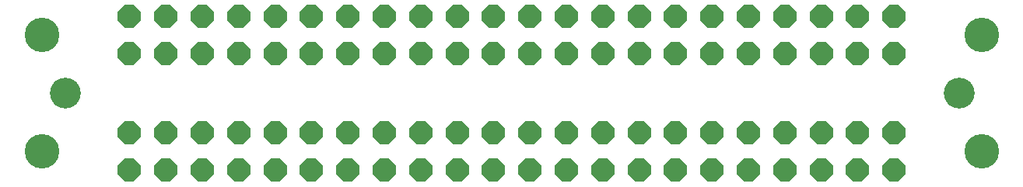
<source format=gts>
G04 EAGLE Gerber RS-274X export*
G75*
%MOMM*%
%FSLAX34Y34*%
%LPD*%
%INSoldermask Top*%
%IPPOS*%
%AMOC8*
5,1,8,0,0,1.08239X$1,22.5*%
G01*
%ADD10C,3.352800*%
%ADD11P,2.694285X8X202.500000*%
%ADD12P,2.694285X8X22.500000*%
%ADD13C,3.759200*%


D10*
X63500Y114300D03*
X1035812Y114300D03*
D11*
X568960Y198120D03*
X568960Y157480D03*
X608584Y198120D03*
X648208Y198120D03*
X687832Y198120D03*
X727456Y198120D03*
X767080Y198120D03*
X806704Y198120D03*
X846328Y198120D03*
X885952Y198120D03*
X925576Y198120D03*
X965200Y198120D03*
X608584Y157480D03*
X648208Y157480D03*
X687832Y157480D03*
X727456Y157480D03*
X767080Y157480D03*
X806704Y157480D03*
X846328Y157480D03*
X885952Y157480D03*
X925576Y157480D03*
X965200Y157480D03*
D12*
X529336Y157480D03*
X529336Y198120D03*
X489712Y157480D03*
X450088Y157480D03*
X410464Y157480D03*
X370840Y157480D03*
X331216Y157480D03*
X291592Y157480D03*
X251968Y157480D03*
X212344Y157480D03*
X172720Y157480D03*
X133096Y157480D03*
X489712Y198120D03*
X450088Y198120D03*
X410464Y198120D03*
X370840Y198120D03*
X331216Y198120D03*
X291592Y198120D03*
X251968Y198120D03*
X212344Y198120D03*
X172720Y198120D03*
X133096Y198120D03*
D13*
X37592Y177800D03*
X1060704Y177800D03*
D11*
X568960Y71120D03*
X568960Y30480D03*
X608584Y71120D03*
X648208Y71120D03*
X687832Y71120D03*
X727456Y71120D03*
X767080Y71120D03*
X806704Y71120D03*
X846328Y71120D03*
X885952Y71120D03*
X925576Y71120D03*
X965200Y71120D03*
X608584Y30480D03*
X648208Y30480D03*
X687832Y30480D03*
X727456Y30480D03*
X767080Y30480D03*
X806704Y30480D03*
X846328Y30480D03*
X885952Y30480D03*
X925576Y30480D03*
X965200Y30480D03*
D12*
X529336Y30480D03*
X529336Y71120D03*
X489712Y30480D03*
X450088Y30480D03*
X410464Y30480D03*
X370840Y30480D03*
X331216Y30480D03*
X291592Y30480D03*
X251968Y30480D03*
X212344Y30480D03*
X172720Y30480D03*
X133096Y30480D03*
X489712Y71120D03*
X450088Y71120D03*
X410464Y71120D03*
X370840Y71120D03*
X331216Y71120D03*
X291592Y71120D03*
X251968Y71120D03*
X212344Y71120D03*
X172720Y71120D03*
X133096Y71120D03*
D13*
X37592Y50800D03*
X1060704Y50800D03*
M02*

</source>
